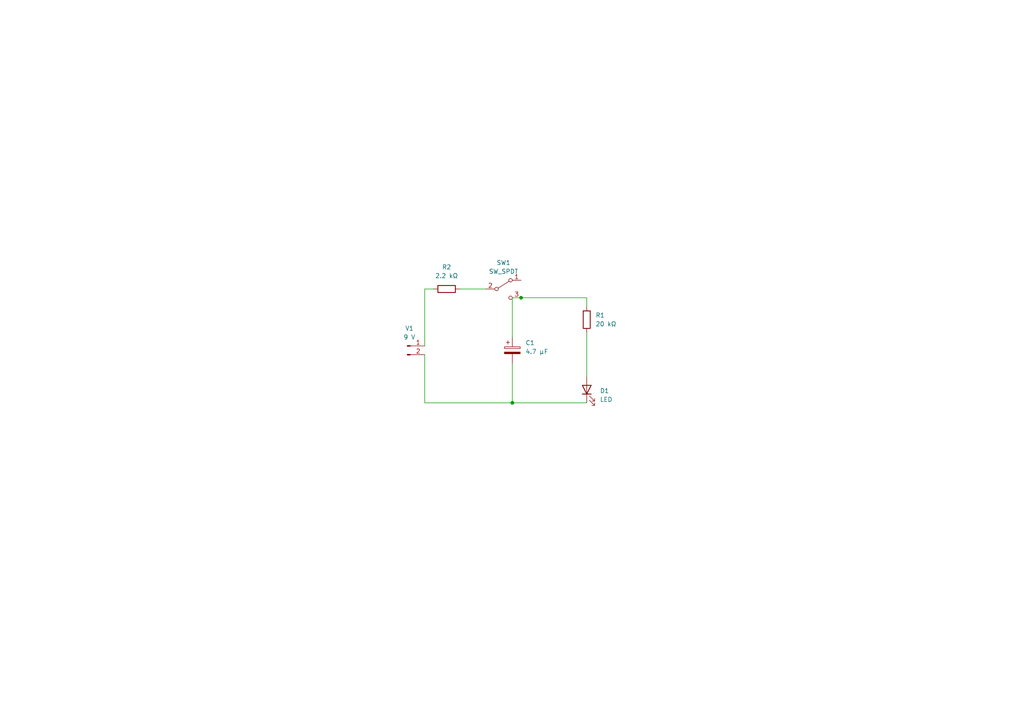
<source format=kicad_sch>
(kicad_sch (version 20211123) (generator eeschema)
  (paper "A4")
  (title_block (title "Exercise 1"))
  (lib_symbols
    (symbol "Connector:Conn_01x02_Male" (pin_names (offset 1.016) hide)
      (property "Reference" "J" (at 0 2.54 0))
      (property "Value" "Conn_01x02_Male" (at 0 -5.08 0))
      (symbol "Conn_01x02_Male_1_1"
        (polyline (pts (xy 1.27 -2.54) (xy 0.8636 -2.54)) (stroke (width 0.1524)))
        (polyline (pts (xy 1.27 0) (xy 0.8636 0)) (stroke (width 0.1524)))
        (rectangle (start 0.8636 -2.413) (end 0 -2.667) (stroke (width 0.1524)) (fill (type outline)))
        (rectangle (start 0.8636 0.127) (end 0 -0.127) (stroke (width 0.1524)) (fill (type outline)))
        (pin passive line (at 5.08 0 180) (length 3.81) (name "Pin_1") (number "1"))
        (pin passive line (at 5.08 -2.54 180) (length 3.81) (name "Pin_2") (number "2"))
      )
    )
    (symbol "Device:C_Polarized" (pin_numbers hide) (pin_names (offset 0.254))
      (property "Reference" "C" (at 0.635 2.54 0))
      (property "Value" "C_Polarized" (at 0.635 -2.54 0))
      (symbol "C_Polarized_0_1"
        (rectangle (start -2.286 0.508) (end 2.286 1.016))
        (polyline (pts (xy -1.778 2.286) (xy -0.762 2.286)))
        (polyline (pts (xy -1.27 2.794) (xy -1.27 1.778)))
        (rectangle (start 2.286 -0.508) (end -2.286 -1.016) (fill (type outline)))
      )
      (symbol "C_Polarized_1_1"
        (pin passive line (at 0 3.81 270) (length 2.794) (name "~") (number "1"))
        (pin passive line (at 0 -3.81 90) (length 2.794) (name "~") (number "2"))
      )
    )
    (symbol "Device:LED" (pin_numbers hide) (pin_names (offset 1.016) hide)
      (property "Reference" "D" (at 0 2.54 0))
      (property "Value" "LED" (at 0 -2.54 0))
      (symbol "LED_0_1"
        (polyline (pts (xy -1.27 -1.27) (xy -1.27 1.27)) (stroke (width 0.254)))
        (polyline (pts (xy -1.27 0) (xy 1.27 0)))
        (polyline (pts (xy 1.27 -1.27) (xy 1.27 1.27) (xy -1.27 0) (xy 1.27 -1.27)) (stroke (width 0.254)))
        (polyline (pts (xy -3.048 -0.762) (xy -4.572 -2.286) (xy -3.81 -2.286) (xy -4.572 -2.286) (xy -4.572 -1.524)))
        (polyline (pts (xy -1.778 -0.762) (xy -3.302 -2.286) (xy -2.54 -2.286) (xy -3.302 -2.286) (xy -3.302 -1.524)))
      )
      (symbol "LED_1_1"
        (pin passive line (at -3.81 0 0) (length 2.54) (name "K") (number "1"))
        (pin passive line (at 3.81 0 180) (length 2.54) (name "A") (number "2"))
      )
    )
    (symbol "Device:R" (pin_numbers hide) (pin_names (offset 0))
      (property "Reference" "R" (at 2.032 0 90))
      (property "Value" "R" (at 0 0 90))
      (symbol "R_0_1"
        (rectangle (start -1.016 -2.54) (end 1.016 2.54) (stroke (width 0.254)))
      )
      (symbol "R_1_1"
        (pin passive line (at 0 3.81 270) (length 1.27) (name "~") (number "1"))
        (pin passive line (at 0 -3.81 90) (length 1.27) (name "~") (number "2"))
      )
    )
    (symbol "Switch:SW_SPDT" (pin_names (offset 0) hide)
      (property "Reference" "SW" (at 0 4.318 0))
      (property "Value" "SW_SPDT" (at 0 -5.08 0))
      (symbol "SW_SPDT_0_0"
        (circle (center -2.032 0) (radius 0.508))
        (circle (center 2.032 -2.54) (radius 0.508))
      )
      (symbol "SW_SPDT_0_1"
        (polyline (pts (xy -1.524 0.254) (xy 1.651 2.286)))
        (circle (center 2.032 2.54) (radius 0.508))
      )
      (symbol "SW_SPDT_1_1"
        (pin passive line (at 5.08 2.54 180) (length 2.54) (name "A") (number "1"))
        (pin passive line (at -5.08 0 0) (length 2.54) (name "B") (number "2"))
        (pin passive line (at 5.08 -2.54 180) (length 2.54) (name "C") (number "3"))
      )
    )
  )
  (junction (at 148.59 116.84))
  (junction (at 151.13 86.36))
  (wire (pts (xy 123.19 102.87) (xy 123.19 116.84)))
  (wire (pts (xy 148.59 105.41) (xy 148.59 116.84)))
  (wire (pts (xy 125.73 83.82) (xy 123.19 83.82)))
  (wire (pts (xy 148.59 86.36) (xy 151.13 86.36)))
  (wire (pts (xy 148.59 116.84) (xy 170.18 116.84)))
  (wire (pts (xy 123.19 116.84) (xy 148.59 116.84)))
  (wire (pts (xy 151.13 86.36) (xy 170.18 86.36)))
  (wire (pts (xy 170.18 96.52) (xy 170.18 109.22)))
  (wire (pts (xy 133.35 83.82) (xy 140.97 83.82)))
  (wire (pts (xy 148.59 97.79) (xy 148.59 86.36)))
  (wire (pts (xy 123.19 83.82) (xy 123.19 100.33)))
  (wire (pts (xy 170.18 86.36) (xy 170.18 88.9)))
  (symbol (lib_id "Device:LED") (at 170.18 113.03 90) (unit 1)
    (property "Reference" "D1" (at 173.99 113.3474 90) (effects (justify right)))
    (property "Value" "LED" (at 173.99 115.8874 90) (effects (justify right)))
    (property "Footprint" "LED_THT:LED_D5.0mm" (effects hide))
  )
  (symbol (lib_id "Device:R") (at 129.54 83.82 270) (unit 1)
    (property "Reference" "R2" (at 129.54 77.47 90))
    (property "Value" "2.2 kΩ" (at 129.54 80.01 90))
    (property "Footprint" "Resistor_THT:R_Axial_DIN0516_L15.5mm_D5.0mm_P20.32mm_Horizontal" (effects hide))
  )
  (symbol (lib_id "Device:C_Polarized") (at 148.59 101.6 0) (unit 1)
    (property "Reference" "C1" (at 152.4 99.4409 0) (effects (justify left)))
    (property "Value" "4.7 μF" (at 152.4 101.9809 0) (effects (justify left)))
    (property "Footprint" "Capacitor_THT:C_Radial_D5.0mm_H5.0mm_P2.00mm" (effects hide))
  )
  (symbol (lib_id "Switch:SW_SPDT") (at 146.05 83.82 0) (unit 1)
    (property "Reference" "SW1" (at 146.05 76.2 0))
    (property "Value" "SW_SPDT" (at 146.05 78.74 0))
    (property "Footprint" "Button_Switch_THT:SW_E-Switch_EG1224_SPDT_Angled" (effects hide))
  )
  (symbol (lib_id "Device:R") (at 170.18 92.71 0) (unit 1)
    (property "Reference" "R1" (at 172.72 91.4399 0) (effects (justify left)))
    (property "Value" "20 kΩ" (at 172.72 93.9799 0) (effects (justify left)))
    (property "Footprint" "Resistor_THT:R_Axial_DIN0516_L15.5mm_D5.0mm_P20.32mm_Horizontal" (effects hide))
  )
  (symbol (lib_id "Connector:Conn_01x02_Male") (at 118.11 100.33 0) (unit 1)
    (property "Reference" "V1" (at 118.745 95.25 0))
    (property "Value" "9 V" (at 118.745 97.79 0))
    (property "Footprint" "Connector_JST:JST_PH_B2B-PH-K_1x02_P2.00mm_Vertical" (effects hide))
  )
)
</source>
